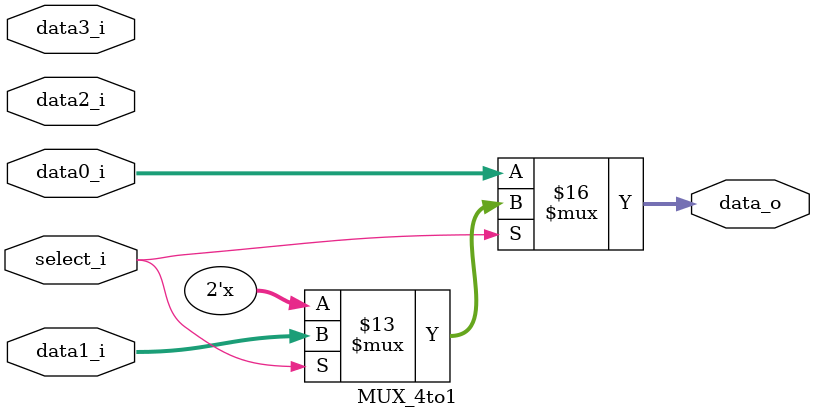
<source format=v>
`timescale 1ns / 1ps
module MUX_4to1(
   data0_i,
   data1_i,
   data2_i,
   data3_i,
   select_i,
  data_o
    );
//I/O ports      

parameter size = 0;	     
input   [size-1:0] data0_i;          
input   [size-1:0] data1_i;
input   [size-1:0] data2_i;
input   [size-1:0] data3_i;
input              select_i;
output  [size-1:0] data_o; 

//Internal Signals
reg     [size-1:0] data_o;

//Main function

always@(*)begin
	if(select_i==0) data_o<=data0_i;
	else if(select_i==1) data_o<=data1_i;
	else if(select_i==2) data_o<=data2_i;
	else if(select_i==3) data_o<=data3_i;
	else data_o<=data_o;
end


endmodule

</source>
